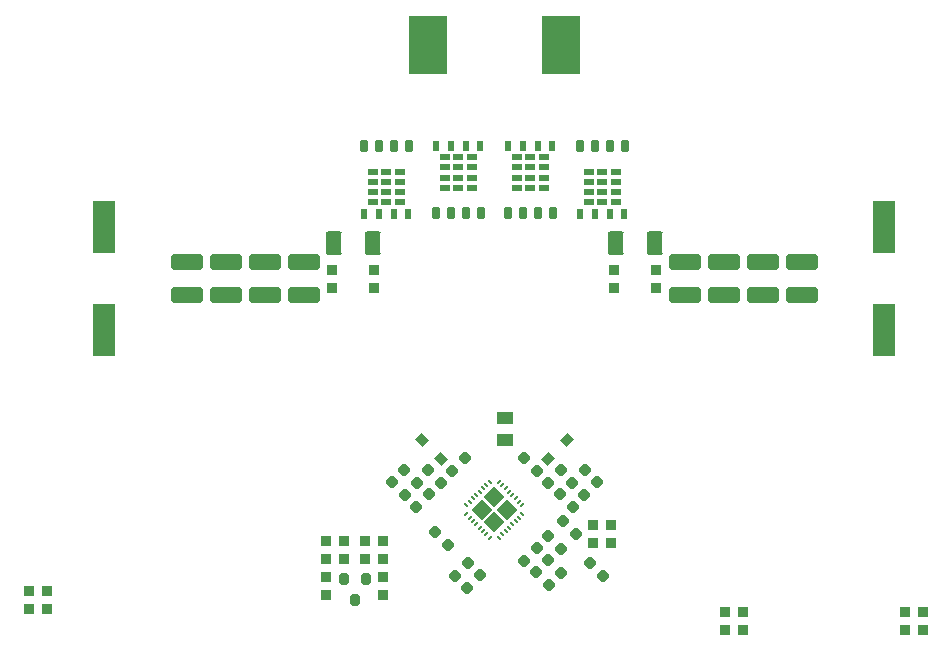
<source format=gtp>
G04*
G04 #@! TF.GenerationSoftware,Altium Limited,Altium Designer,23.3.1 (30)*
G04*
G04 Layer_Color=8421504*
%FSLAX44Y44*%
%MOMM*%
G71*
G04*
G04 #@! TF.SameCoordinates,EE3F4187-3FEB-4C8D-94AF-BEFEFA225CE7*
G04*
G04*
G04 #@! TF.FilePolarity,Positive*
G04*
G01*
G75*
%ADD18R,0.6000X0.9000*%
%ADD19R,0.9000X0.6000*%
%ADD20P,1.6971X4X90.0*%
G04:AMPARAMS|DCode=21|XSize=1.2mm|YSize=1.2mm|CornerRadius=0mm|HoleSize=0mm|Usage=FLASHONLY|Rotation=135.000|XOffset=0mm|YOffset=0mm|HoleType=Round|Shape=Rectangle|*
%AMROTATEDRECTD21*
4,1,4,0.8485,0.0000,0.0000,-0.8485,-0.8485,0.0000,0.0000,0.8485,0.8485,0.0000,0.0*
%
%ADD21ROTATEDRECTD21*%

G04:AMPARAMS|DCode=22|XSize=1.2mm|YSize=1.2mm|CornerRadius=0mm|HoleSize=0mm|Usage=FLASHONLY|Rotation=225.000|XOffset=0mm|YOffset=0mm|HoleType=Round|Shape=Rectangle|*
%AMROTATEDRECTD22*
4,1,4,0.0000,0.8485,0.8485,0.0000,0.0000,-0.8485,-0.8485,0.0000,0.0000,0.8485,0.0*
%
%ADD22ROTATEDRECTD22*%

G04:AMPARAMS|DCode=23|XSize=1.2mm|YSize=1.2mm|CornerRadius=0mm|HoleSize=0mm|Usage=FLASHONLY|Rotation=315.000|XOffset=0mm|YOffset=0mm|HoleType=Round|Shape=Rectangle|*
%AMROTATEDRECTD23*
4,1,4,-0.8485,0.0000,0.0000,0.8485,0.8485,0.0000,0.0000,-0.8485,-0.8485,0.0000,0.0*
%
%ADD23ROTATEDRECTD23*%

G04:AMPARAMS|DCode=24|XSize=0.6mm|YSize=1.05mm|CornerRadius=0.125mm|HoleSize=0mm|Usage=FLASHONLY|Rotation=180.000|XOffset=0mm|YOffset=0mm|HoleType=Round|Shape=RoundedRectangle|*
%AMROUNDEDRECTD24*
21,1,0.6000,0.8000,0,0,180.0*
21,1,0.3500,1.0500,0,0,180.0*
1,1,0.2500,-0.1750,0.4000*
1,1,0.2500,0.1750,0.4000*
1,1,0.2500,0.1750,-0.4000*
1,1,0.2500,-0.1750,-0.4000*
%
%ADD24ROUNDEDRECTD24*%
G04:AMPARAMS|DCode=25|XSize=0.889mm|YSize=0.889mm|CornerRadius=0.1111mm|HoleSize=0mm|Usage=FLASHONLY|Rotation=180.000|XOffset=0mm|YOffset=0mm|HoleType=Round|Shape=RoundedRectangle|*
%AMROUNDEDRECTD25*
21,1,0.8890,0.6668,0,0,180.0*
21,1,0.6668,0.8890,0,0,180.0*
1,1,0.2223,-0.3334,0.3334*
1,1,0.2223,0.3334,0.3334*
1,1,0.2223,0.3334,-0.3334*
1,1,0.2223,-0.3334,-0.3334*
%
%ADD25ROUNDEDRECTD25*%
%ADD26R,1.9000X4.4000*%
G04:AMPARAMS|DCode=27|XSize=0.889mm|YSize=0.889mm|CornerRadius=0.0889mm|HoleSize=0mm|Usage=FLASHONLY|Rotation=0.000|XOffset=0mm|YOffset=0mm|HoleType=Round|Shape=RoundedRectangle|*
%AMROUNDEDRECTD27*
21,1,0.8890,0.7112,0,0,0.0*
21,1,0.7112,0.8890,0,0,0.0*
1,1,0.1778,0.3556,-0.3556*
1,1,0.1778,-0.3556,-0.3556*
1,1,0.1778,-0.3556,0.3556*
1,1,0.1778,0.3556,0.3556*
%
%ADD27ROUNDEDRECTD27*%
G04:AMPARAMS|DCode=28|XSize=0.889mm|YSize=0.889mm|CornerRadius=0.1111mm|HoleSize=0mm|Usage=FLASHONLY|Rotation=270.000|XOffset=0mm|YOffset=0mm|HoleType=Round|Shape=RoundedRectangle|*
%AMROUNDEDRECTD28*
21,1,0.8890,0.6668,0,0,270.0*
21,1,0.6668,0.8890,0,0,270.0*
1,1,0.2223,-0.3334,-0.3334*
1,1,0.2223,-0.3334,0.3334*
1,1,0.2223,0.3334,0.3334*
1,1,0.2223,0.3334,-0.3334*
%
%ADD28ROUNDEDRECTD28*%
G04:AMPARAMS|DCode=29|XSize=0.802mm|YSize=0.972mm|CornerRadius=0.2005mm|HoleSize=0mm|Usage=FLASHONLY|Rotation=0.000|XOffset=0mm|YOffset=0mm|HoleType=Round|Shape=RoundedRectangle|*
%AMROUNDEDRECTD29*
21,1,0.8020,0.5710,0,0,0.0*
21,1,0.4010,0.9720,0,0,0.0*
1,1,0.4010,0.2005,-0.2855*
1,1,0.4010,-0.2005,-0.2855*
1,1,0.4010,-0.2005,0.2855*
1,1,0.4010,0.2005,0.2855*
%
%ADD29ROUNDEDRECTD29*%
G04:AMPARAMS|DCode=30|XSize=1.0795mm|YSize=1.397mm|CornerRadius=0.108mm|HoleSize=0mm|Usage=FLASHONLY|Rotation=90.000|XOffset=0mm|YOffset=0mm|HoleType=Round|Shape=RoundedRectangle|*
%AMROUNDEDRECTD30*
21,1,1.0795,1.1811,0,0,90.0*
21,1,0.8636,1.3970,0,0,90.0*
1,1,0.2159,0.5906,0.4318*
1,1,0.2159,0.5906,-0.4318*
1,1,0.2159,-0.5906,-0.4318*
1,1,0.2159,-0.5906,0.4318*
%
%ADD30ROUNDEDRECTD30*%
G04:AMPARAMS|DCode=31|XSize=0.5mm|YSize=0.2mm|CornerRadius=0mm|HoleSize=0mm|Usage=FLASHONLY|Rotation=135.000|XOffset=0mm|YOffset=0mm|HoleType=Round|Shape=Round|*
%AMOVALD31*
21,1,0.3000,0.2000,0.0000,0.0000,135.0*
1,1,0.2000,0.1061,-0.1061*
1,1,0.2000,-0.1061,0.1061*
%
%ADD31OVALD31*%

G04:AMPARAMS|DCode=32|XSize=0.5mm|YSize=0.2mm|CornerRadius=0mm|HoleSize=0mm|Usage=FLASHONLY|Rotation=225.000|XOffset=0mm|YOffset=0mm|HoleType=Round|Shape=Round|*
%AMOVALD32*
21,1,0.3000,0.2000,0.0000,0.0000,225.0*
1,1,0.2000,0.1061,0.1061*
1,1,0.2000,-0.1061,-0.1061*
%
%ADD32OVALD32*%

G04:AMPARAMS|DCode=33|XSize=0.889mm|YSize=0.889mm|CornerRadius=0.0889mm|HoleSize=0mm|Usage=FLASHONLY|Rotation=315.000|XOffset=0mm|YOffset=0mm|HoleType=Round|Shape=RoundedRectangle|*
%AMROUNDEDRECTD33*
21,1,0.8890,0.7112,0,0,315.0*
21,1,0.7112,0.8890,0,0,315.0*
1,1,0.1778,0.0000,-0.5029*
1,1,0.1778,-0.5029,0.0000*
1,1,0.1778,0.0000,0.5029*
1,1,0.1778,0.5029,0.0000*
%
%ADD33ROUNDEDRECTD33*%
G04:AMPARAMS|DCode=34|XSize=0.889mm|YSize=0.889mm|CornerRadius=0.1111mm|HoleSize=0mm|Usage=FLASHONLY|Rotation=315.000|XOffset=0mm|YOffset=0mm|HoleType=Round|Shape=RoundedRectangle|*
%AMROUNDEDRECTD34*
21,1,0.8890,0.6668,0,0,315.0*
21,1,0.6668,0.8890,0,0,315.0*
1,1,0.2223,0.0000,-0.4715*
1,1,0.2223,-0.4715,0.0000*
1,1,0.2223,0.0000,0.4715*
1,1,0.2223,0.4715,0.0000*
%
%ADD34ROUNDEDRECTD34*%
G04:AMPARAMS|DCode=35|XSize=0.889mm|YSize=0.889mm|CornerRadius=0.1111mm|HoleSize=0mm|Usage=FLASHONLY|Rotation=225.000|XOffset=0mm|YOffset=0mm|HoleType=Round|Shape=RoundedRectangle|*
%AMROUNDEDRECTD35*
21,1,0.8890,0.6668,0,0,225.0*
21,1,0.6668,0.8890,0,0,225.0*
1,1,0.2223,-0.4715,0.0000*
1,1,0.2223,0.0000,0.4715*
1,1,0.2223,0.4715,0.0000*
1,1,0.2223,0.0000,-0.4715*
%
%ADD35ROUNDEDRECTD35*%
G04:AMPARAMS|DCode=36|XSize=0.889mm|YSize=0.889mm|CornerRadius=0.0889mm|HoleSize=0mm|Usage=FLASHONLY|Rotation=45.000|XOffset=0mm|YOffset=0mm|HoleType=Round|Shape=RoundedRectangle|*
%AMROUNDEDRECTD36*
21,1,0.8890,0.7112,0,0,45.0*
21,1,0.7112,0.8890,0,0,45.0*
1,1,0.1778,0.5029,0.0000*
1,1,0.1778,0.0000,-0.5029*
1,1,0.1778,-0.5029,0.0000*
1,1,0.1778,0.0000,0.5029*
%
%ADD36ROUNDEDRECTD36*%
G04:AMPARAMS|DCode=37|XSize=0.9mm|YSize=0.8mm|CornerRadius=0.1mm|HoleSize=0mm|Usage=FLASHONLY|Rotation=45.000|XOffset=0mm|YOffset=0mm|HoleType=Round|Shape=RoundedRectangle|*
%AMROUNDEDRECTD37*
21,1,0.9000,0.6000,0,0,45.0*
21,1,0.7000,0.8000,0,0,45.0*
1,1,0.2000,0.4596,0.0354*
1,1,0.2000,-0.0354,-0.4596*
1,1,0.2000,-0.4596,-0.0354*
1,1,0.2000,0.0354,0.4596*
%
%ADD37ROUNDEDRECTD37*%
G04:AMPARAMS|DCode=38|XSize=0.9mm|YSize=0.8mm|CornerRadius=0.1mm|HoleSize=0mm|Usage=FLASHONLY|Rotation=135.000|XOffset=0mm|YOffset=0mm|HoleType=Round|Shape=RoundedRectangle|*
%AMROUNDEDRECTD38*
21,1,0.9000,0.6000,0,0,135.0*
21,1,0.7000,0.8000,0,0,135.0*
1,1,0.2000,-0.0354,0.4596*
1,1,0.2000,0.4596,-0.0354*
1,1,0.2000,0.0354,-0.4596*
1,1,0.2000,-0.4596,0.0354*
%
%ADD38ROUNDEDRECTD38*%
G04:AMPARAMS|DCode=39|XSize=0.889mm|YSize=0.889mm|CornerRadius=0.0889mm|HoleSize=0mm|Usage=FLASHONLY|Rotation=90.000|XOffset=0mm|YOffset=0mm|HoleType=Round|Shape=RoundedRectangle|*
%AMROUNDEDRECTD39*
21,1,0.8890,0.7112,0,0,90.0*
21,1,0.7112,0.8890,0,0,90.0*
1,1,0.1778,0.3556,0.3556*
1,1,0.1778,0.3556,-0.3556*
1,1,0.1778,-0.3556,-0.3556*
1,1,0.1778,-0.3556,0.3556*
%
%ADD39ROUNDEDRECTD39*%
%ADD40R,3.2500X5.0000*%
G04:AMPARAMS|DCode=41|XSize=2.7mm|YSize=1.3mm|CornerRadius=0.1625mm|HoleSize=0mm|Usage=FLASHONLY|Rotation=180.000|XOffset=0mm|YOffset=0mm|HoleType=Round|Shape=RoundedRectangle|*
%AMROUNDEDRECTD41*
21,1,2.7000,0.9750,0,0,180.0*
21,1,2.3750,1.3000,0,0,180.0*
1,1,0.3250,-1.1875,0.4875*
1,1,0.3250,1.1875,0.4875*
1,1,0.3250,1.1875,-0.4875*
1,1,0.3250,-1.1875,-0.4875*
%
%ADD41ROUNDEDRECTD41*%
G04:AMPARAMS|DCode=42|XSize=1.27mm|YSize=2.032mm|CornerRadius=0.127mm|HoleSize=0mm|Usage=FLASHONLY|Rotation=0.000|XOffset=0mm|YOffset=0mm|HoleType=Round|Shape=RoundedRectangle|*
%AMROUNDEDRECTD42*
21,1,1.2700,1.7780,0,0,0.0*
21,1,1.0160,2.0320,0,0,0.0*
1,1,0.2540,0.5080,-0.8890*
1,1,0.2540,-0.5080,-0.8890*
1,1,0.2540,-0.5080,0.8890*
1,1,0.2540,0.5080,0.8890*
%
%ADD42ROUNDEDRECTD42*%
D18*
X477310Y458525D02*
D03*
X465060D02*
D03*
X439810D02*
D03*
X452060D02*
D03*
X526020Y516275D02*
D03*
X538270D02*
D03*
X513020D02*
D03*
X500770D02*
D03*
X561730D02*
D03*
X573980D02*
D03*
X599230D02*
D03*
X586980D02*
D03*
X634940Y458525D02*
D03*
X622690D02*
D03*
X647940D02*
D03*
X660190D02*
D03*
D19*
X458560Y494025D02*
D03*
X470060D02*
D03*
Y485525D02*
D03*
X458560D02*
D03*
Y477025D02*
D03*
X470060D02*
D03*
X458560Y468525D02*
D03*
X470060D02*
D03*
X447060Y494025D02*
D03*
Y485525D02*
D03*
Y477025D02*
D03*
Y468525D02*
D03*
X531020Y506275D02*
D03*
Y497775D02*
D03*
Y489275D02*
D03*
Y480775D02*
D03*
X508020Y506275D02*
D03*
X519520D02*
D03*
X508020Y497775D02*
D03*
X519520D02*
D03*
Y489275D02*
D03*
X508020D02*
D03*
Y480775D02*
D03*
X519520D02*
D03*
X580480D02*
D03*
X568980D02*
D03*
Y489275D02*
D03*
X580480D02*
D03*
Y497775D02*
D03*
X568980D02*
D03*
X580480Y506275D02*
D03*
X568980D02*
D03*
X591980Y480775D02*
D03*
Y489275D02*
D03*
Y497775D02*
D03*
Y506275D02*
D03*
X629940Y468525D02*
D03*
Y477025D02*
D03*
Y485525D02*
D03*
Y494025D02*
D03*
X652940Y468525D02*
D03*
X641440D02*
D03*
X652940Y477025D02*
D03*
X641440D02*
D03*
Y485525D02*
D03*
X652940D02*
D03*
Y494025D02*
D03*
X641440D02*
D03*
D20*
X550000Y218606D02*
D03*
D21*
X539394Y208000D02*
D03*
D22*
X550000Y197393D02*
D03*
D23*
X560607Y208000D02*
D03*
D24*
X464910Y515775D02*
D03*
X477610D02*
D03*
X439510D02*
D03*
X452210D02*
D03*
X525870Y459025D02*
D03*
X538570D02*
D03*
X500470D02*
D03*
X513170D02*
D03*
X574130D02*
D03*
X561430D02*
D03*
X599530D02*
D03*
X586830D02*
D03*
X635090Y515775D02*
D03*
X622390D02*
D03*
X660490D02*
D03*
X647790D02*
D03*
D25*
X440780Y181330D02*
D03*
X456020D02*
D03*
X456020Y166090D02*
D03*
X440780D02*
D03*
X897980Y121640D02*
D03*
X913220D02*
D03*
X745580D02*
D03*
X760820D02*
D03*
X156300Y139420D02*
D03*
X171540D02*
D03*
X171540Y124180D02*
D03*
X156300D02*
D03*
X649060Y180060D02*
D03*
X633820D02*
D03*
D26*
X880200Y447080D02*
D03*
Y360080D02*
D03*
X219800Y447080D02*
D03*
Y360080D02*
D03*
D27*
X897980Y106400D02*
D03*
X913220D02*
D03*
X745580D02*
D03*
X760820D02*
D03*
X649060Y195300D02*
D03*
X633820D02*
D03*
D28*
X407760Y135610D02*
D03*
Y150850D02*
D03*
X456020Y150850D02*
D03*
Y135610D02*
D03*
X407760Y166090D02*
D03*
Y181330D02*
D03*
D29*
X431890Y131840D02*
D03*
X422390Y149540D02*
D03*
X441390D02*
D03*
D30*
X558890Y267370D02*
D03*
Y285790D02*
D03*
D31*
X568031Y198454D02*
D03*
X546111Y231688D02*
D03*
X573688Y204111D02*
D03*
X570860Y201283D02*
D03*
X565203Y195626D02*
D03*
X562374Y192797D02*
D03*
X559546Y189969D02*
D03*
X556717Y187140D02*
D03*
X553889Y184312D02*
D03*
X531969Y217546D02*
D03*
X543283Y228860D02*
D03*
X540454Y226031D02*
D03*
X537626Y223203D02*
D03*
X529140Y214718D02*
D03*
X526312Y211889D02*
D03*
X534797Y220374D02*
D03*
D32*
X553889Y231688D02*
D03*
X556717Y228860D02*
D03*
X559546Y226031D02*
D03*
X562374Y223203D02*
D03*
X565203Y220374D02*
D03*
X568031Y217546D02*
D03*
X570860Y214718D02*
D03*
X573688Y211889D02*
D03*
X546111Y184312D02*
D03*
X543283Y187140D02*
D03*
X540454Y189969D02*
D03*
X537626Y192797D02*
D03*
X534797Y195626D02*
D03*
X531969Y198454D02*
D03*
X529140Y201283D02*
D03*
X526312Y204111D02*
D03*
D33*
X605572Y221008D02*
D03*
X616348Y210232D02*
D03*
X585252Y154968D02*
D03*
X596028Y144192D02*
D03*
X585868Y240712D02*
D03*
X575092Y251488D02*
D03*
X493812Y241328D02*
D03*
X504588Y230552D02*
D03*
D34*
X608112Y198148D02*
D03*
X618888Y187372D02*
D03*
X606188Y174672D02*
D03*
X595412Y185448D02*
D03*
X630972Y162588D02*
D03*
X641748Y151812D02*
D03*
X606188Y154352D02*
D03*
X595412Y165128D02*
D03*
X484268Y230552D02*
D03*
X473492Y241328D02*
D03*
X474108Y220392D02*
D03*
X463332Y231168D02*
D03*
X510938Y178482D02*
D03*
X500162Y189258D02*
D03*
D35*
X636668Y231168D02*
D03*
X625892Y220392D02*
D03*
X626508Y241328D02*
D03*
X615732Y230552D02*
D03*
X527448Y162588D02*
D03*
X516672Y151812D02*
D03*
X537608Y152428D02*
D03*
X526832Y141652D02*
D03*
D36*
X575092Y164512D02*
D03*
X585868Y175288D02*
D03*
X606188Y241328D02*
D03*
X595412Y230552D02*
D03*
X524908Y251488D02*
D03*
X514132Y240712D02*
D03*
X483652Y210232D02*
D03*
X494428Y221008D02*
D03*
D37*
X611472Y266932D02*
D03*
X595208Y250668D02*
D03*
D38*
X488528Y266932D02*
D03*
X504792Y250668D02*
D03*
D39*
X423000Y166090D02*
D03*
Y181330D02*
D03*
X651600Y395960D02*
D03*
Y411200D02*
D03*
X687160Y395960D02*
D03*
Y411200D02*
D03*
X448400Y395960D02*
D03*
Y411200D02*
D03*
X412840Y395960D02*
D03*
Y411200D02*
D03*
D40*
X493750Y601700D02*
D03*
X606250D02*
D03*
D41*
X289650Y417580D02*
D03*
Y389580D02*
D03*
X355690Y417580D02*
D03*
Y389580D02*
D03*
X711290Y417580D02*
D03*
Y389580D02*
D03*
X744310Y417580D02*
D03*
Y389580D02*
D03*
X810350Y417580D02*
D03*
Y389580D02*
D03*
X777330Y417580D02*
D03*
Y389580D02*
D03*
X322670Y417580D02*
D03*
Y389580D02*
D03*
X388710Y417580D02*
D03*
Y389580D02*
D03*
D42*
X652870Y434060D02*
D03*
X685890D02*
D03*
X414110D02*
D03*
X447130D02*
D03*
M02*

</source>
